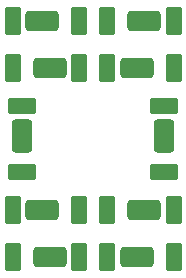
<source format=gtp>
G04 Layer: TopPasteMaskLayer*
G04 EasyEDA Pro v2.2.27.1, 2024-09-15 10:59:50*
G04 Gerber Generator version 0.3*
G04 Scale: 100 percent, Rotated: No, Reflected: No*
G04 Dimensions in millimeters*
G04 Leading zeros omitted, absolute positions, 3 integers and 5 decimals*
%TF.GenerationSoftware,KiCad,Pcbnew,8.0.5*%
%TF.CreationDate,2024-10-02T17:58:00+08:00*%
%TF.ProjectId,LED_SMT_5730_5S2P_5W,4c45445f-534d-4545-9f35-3733305f3553,rev?*%
%TF.SameCoordinates,Original*%
%TF.FileFunction,Paste,Top*%
%TF.FilePolarity,Positive*%
%FSLAX46Y46*%
G04 Gerber Fmt 4.6, Leading zero omitted, Abs format (unit mm)*
G04 Created by KiCad (PCBNEW 8.0.5) date 2024-10-02 17:58:00*
%MOMM*%
%LPD*%
G01*
G04 APERTURE LIST*
G04 Aperture macros list*
%AMRoundRect*
0 Rectangle with rounded corners*
0 $1 Rounding radius*
0 $2 $3 $4 $5 $6 $7 $8 $9 X,Y pos of 4 corners*
0 Add a 4 corners polygon primitive as box body*
4,1,4,$2,$3,$4,$5,$6,$7,$8,$9,$2,$3,0*
0 Add four circle primitives for the rounded corners*
1,1,$1+$1,$2,$3*
1,1,$1+$1,$4,$5*
1,1,$1+$1,$6,$7*
1,1,$1+$1,$8,$9*
0 Add four rect primitives between the rounded corners*
20,1,$1+$1,$2,$3,$4,$5,0*
20,1,$1+$1,$4,$5,$6,$7,0*
20,1,$1+$1,$6,$7,$8,$9,0*
20,1,$1+$1,$8,$9,$2,$3,0*%
G04 Aperture macros list end*
%ADD10RoundRect,0.250000X0.450000X-0.950000X0.450000X0.950000X-0.450000X0.950000X-0.450000X-0.950000X0*%
%ADD11RoundRect,0.250000X-0.450000X0.950000X-0.450000X-0.950000X0.450000X-0.950000X0.450000X0.950000X0*%
%ADD12RoundRect,0.250000X1.150000X0.600000X-1.150000X0.600000X-1.150000X-0.600000X1.150000X-0.600000X0*%
%ADD13RoundRect,0.250000X-1.150000X-0.600000X1.150000X-0.600000X1.150000X0.600000X-1.150000X0.600000X0*%
%ADD14RoundRect,0.250000X0.950000X0.450000X-0.950000X0.450000X-0.950000X-0.450000X0.950000X-0.450000X0*%
%ADD15RoundRect,0.250000X-0.950000X-0.450000X0.950000X-0.450000X0.950000X0.450000X-0.950000X0.450000X0*%
%ADD16RoundRect,0.250000X-0.600000X1.150000X-0.600000X-1.150000X0.600000X-1.150000X0.600000X1.150000X0*%
G04 APERTURE END LIST*
D10*
%TO.C,LED5*%
X93180000Y-110000000D03*
D11*
X98820000Y-110000000D03*
D12*
X96300000Y-110000000D03*
%TD*%
D11*
%TO.C,LED4*%
X98820000Y-106000000D03*
D10*
X93180000Y-106000000D03*
D13*
X95700000Y-106000000D03*
%TD*%
D14*
%TO.C,LED3*%
X94000000Y-102820000D03*
D15*
X94000000Y-97180000D03*
D16*
X94000000Y-99700000D03*
%TD*%
D10*
%TO.C,LED2*%
X93180000Y-94000000D03*
D11*
X98820000Y-94000000D03*
D12*
X96300000Y-94000000D03*
%TD*%
D11*
%TO.C,LED1*%
X98820000Y-90000000D03*
D10*
X93180000Y-90000000D03*
D13*
X95700000Y-90000000D03*
%TD*%
D16*
%TO.C,LED8*%
X106000000Y-99700000D03*
D15*
X106000000Y-97180000D03*
D14*
X106000000Y-102820000D03*
%TD*%
D12*
%TO.C,LED6*%
X104300000Y-90000000D03*
D11*
X106820000Y-90000000D03*
D10*
X101180000Y-90000000D03*
%TD*%
D12*
%TO.C,LED9*%
X104300000Y-106000000D03*
D11*
X106820000Y-106000000D03*
D10*
X101180000Y-106000000D03*
%TD*%
D13*
%TO.C,LED10*%
X103700000Y-110000000D03*
D10*
X101180000Y-110000000D03*
D11*
X106820000Y-110000000D03*
%TD*%
D13*
%TO.C,LED7*%
X103700000Y-94000000D03*
D10*
X101180000Y-94000000D03*
D11*
X106820000Y-94000000D03*
%TD*%
M02*

</source>
